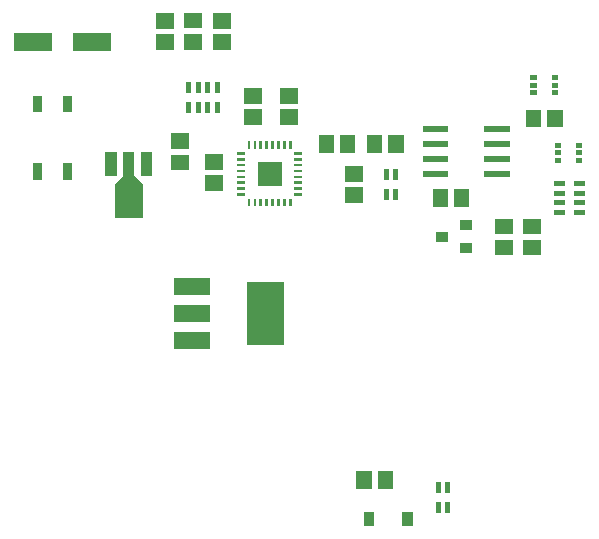
<source format=gbr>
G04 start of page 11 for group -4015 idx -4015 *
G04 Title: (unknown), toppaste *
G04 Creator: pcb 20140316 *
G04 CreationDate: Fri 02 Jun 2017 03:09:38 AM GMT UTC *
G04 For: railfan *
G04 Format: Gerber/RS-274X *
G04 PCB-Dimensions (mil): 2500.00 1900.00 *
G04 PCB-Coordinate-Origin: lower left *
%MOIN*%
%FSLAX25Y25*%
%LNTOPPASTE*%
%ADD111R,0.0360X0.0360*%
%ADD110R,0.1220X0.1220*%
%ADD109R,0.0560X0.0560*%
%ADD108R,0.0945X0.0945*%
%ADD107R,0.0378X0.0378*%
%ADD106R,0.0340X0.0340*%
%ADD105R,0.0630X0.0630*%
%ADD104R,0.0167X0.0167*%
%ADD103R,0.0165X0.0165*%
%ADD102R,0.0310X0.0310*%
%ADD101R,0.0200X0.0200*%
%ADD100C,0.0001*%
%ADD99R,0.0091X0.0091*%
%ADD98R,0.0512X0.0512*%
G54D98*X158457Y136893D02*Y136107D01*
X165543Y136893D02*Y136107D01*
X129607Y145457D02*X130393D01*
X129607Y152543D02*X130393D01*
X142414Y136893D02*Y136107D01*
X149500Y136893D02*Y136107D01*
X97607Y177586D02*X98393D01*
X97607Y170500D02*X98393D01*
G54D99*X113126Y133390D02*X114780D01*
X113126Y131421D02*X114780D01*
X113126Y129453D02*X114780D01*
X113126Y127484D02*X114780D01*
X113126Y125516D02*X114780D01*
X113126Y123547D02*X114780D01*
X113126Y121579D02*X114780D01*
X113126Y119610D02*X114780D01*
X116610Y117780D02*Y116126D01*
X118579Y117780D02*Y116126D01*
X120547Y117780D02*Y116126D01*
X122516Y117780D02*Y116126D01*
X124484Y117780D02*Y116126D01*
X126453Y117780D02*Y116126D01*
X128421Y117780D02*Y116126D01*
X130390Y117780D02*Y116126D01*
X132220Y119610D02*X133874D01*
X132220Y121579D02*X133874D01*
X132220Y123547D02*X133874D01*
X132220Y125516D02*X133874D01*
X132220Y127484D02*X133874D01*
X132220Y129453D02*X133874D01*
X132220Y131421D02*X133874D01*
X132220Y133390D02*X133874D01*
X130390Y136874D02*Y135220D01*
X128421Y136874D02*Y135220D01*
X126453Y136874D02*Y135220D01*
X124484Y136874D02*Y135220D01*
X122516Y136874D02*Y135220D01*
X120547Y136874D02*Y135220D01*
X118579Y136874D02*Y135220D01*
X116610Y136874D02*Y135220D01*
G54D100*G36*
X119563Y130437D02*Y122563D01*
X127437D01*
Y130437D01*
X119563D01*
G37*
G54D101*X196000Y126500D02*X202500D01*
X196000Y131500D02*X202500D01*
X196000Y136500D02*X202500D01*
X196000Y141500D02*X202500D01*
X175500D02*X182000D01*
X175500Y136500D02*X182000D01*
X175500Y131500D02*X182000D01*
X175500Y126500D02*X182000D01*
G54D98*X88107Y177543D02*X88893D01*
X88107Y170457D02*X88893D01*
G54D102*X46000Y128450D02*Y126050D01*
X56000Y128450D02*Y126050D01*
Y150950D02*Y148550D01*
X46000Y150950D02*Y148550D01*
G54D98*X180414Y118893D02*Y118107D01*
X187500Y118893D02*Y118107D01*
G54D103*X219260Y136060D02*X219713D01*
X219260Y133500D02*X219713D01*
X219260Y130940D02*X219713D01*
X226287D02*X226740D01*
X226287Y133500D02*X226740D01*
X226287Y136060D02*X226740D01*
G54D98*X218543Y145393D02*Y144607D01*
X211457Y145393D02*Y144607D01*
X93107Y130414D02*X93893D01*
X93107Y137500D02*X93893D01*
X107107Y177543D02*X107893D01*
X107107Y170457D02*X107893D01*
G54D103*X211246Y158620D02*X211699D01*
X211246Y156060D02*X211699D01*
X211246Y153500D02*X211699D01*
X218273D02*X218726D01*
X218273Y156060D02*X218726D01*
X218273Y158620D02*X218726D01*
G54D104*X219217Y123224D02*X221087D01*
X219217Y120075D02*X221087D01*
X219217Y116925D02*X221087D01*
X219217Y113776D02*X221087D01*
X225913D02*X227783D01*
X225913Y116925D02*X227783D01*
X225913Y120075D02*X227783D01*
X225913Y123224D02*X227783D01*
G54D105*X61193Y170500D02*X67492D01*
X41508D02*X47807D01*
G54D98*X210607Y101914D02*X211393D01*
X210607Y109000D02*X211393D01*
G54D106*X188700Y101700D02*X189300D01*
X188700Y109500D02*X189300D01*
X180500Y105600D02*X181100D01*
G54D98*X201107Y109043D02*X201893D01*
X201107Y101957D02*X201893D01*
X151107Y119457D02*X151893D01*
X151107Y126543D02*X151893D01*
X104607Y130543D02*X105393D01*
X104607Y123457D02*X105393D01*
X117607Y145457D02*X118393D01*
X117607Y152543D02*X118393D01*
G54D107*X82406Y131905D02*Y127811D01*
X76500Y131905D02*Y120095D01*
G54D108*Y118361D02*Y116471D01*
G54D100*G36*
X78385Y125926D02*X81225Y123086D01*
X79805Y121666D01*
X76965Y124506D01*
X78385Y125926D01*
G37*
G36*
X71775Y123086D02*X74615Y125926D01*
X76035Y124506D01*
X73195Y121666D01*
X71775Y123086D01*
G37*
G54D107*X70594Y131905D02*Y127811D01*
G54D109*X94300Y89000D02*X100900D01*
X94300Y80000D02*X100900D01*
X94300Y70900D02*X100900D01*
G54D110*X122000Y84500D02*Y75500D01*
G54D98*X162043Y24850D02*Y24064D01*
X154957Y24850D02*Y24064D01*
G54D104*X182802Y22860D02*Y20990D01*
X179652Y22860D02*Y20990D01*
Y16164D02*Y14294D01*
X182802Y16164D02*Y14294D01*
X106024Y156283D02*Y154413D01*
X102875Y156283D02*Y154413D01*
X99725Y156283D02*Y154413D01*
X96576Y156283D02*Y154413D01*
Y149587D02*Y147717D01*
X99725Y149587D02*Y147717D01*
X102875Y149587D02*Y147717D01*
X106024Y149587D02*Y147717D01*
G54D111*X169500Y12100D02*Y10900D01*
X156600Y12100D02*Y10900D01*
G54D104*X165575Y127283D02*Y125413D01*
X162425Y127283D02*Y125413D01*
Y120587D02*Y118717D01*
X165575Y120587D02*Y118717D01*
M02*

</source>
